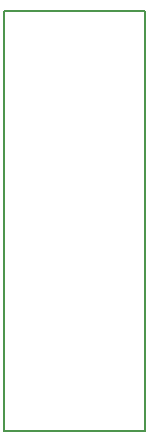
<source format=gko>
%FSLAX23Y23*%
%MOIN*%
G04 EasyPC Gerber Version 16.0.6 Build 3249 *
%ADD10C,0.00500*%
X0Y0D02*
D02*
D10*
X3Y3D02*
X473D01*
Y1403*
X3*
Y3*
X0Y0D02*
M02*

</source>
